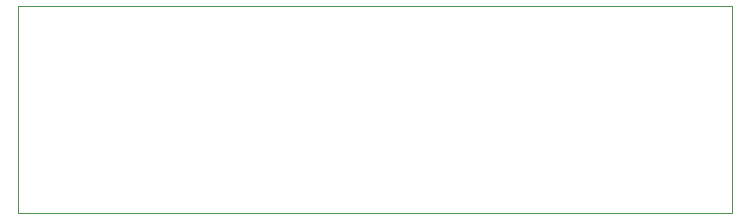
<source format=gbr>
G04 #@! TF.GenerationSoftware,KiCad,Pcbnew,(5.1.5-0-10_14)*
G04 #@! TF.CreationDate,2020-03-21T12:38:00+11:00*
G04 #@! TF.ProjectId,Internal FDD Adapter,496e7465-726e-4616-9c20-464444204164,rev?*
G04 #@! TF.SameCoordinates,Original*
G04 #@! TF.FileFunction,Profile,NP*
%FSLAX46Y46*%
G04 Gerber Fmt 4.6, Leading zero omitted, Abs format (unit mm)*
G04 Created by KiCad (PCBNEW (5.1.5-0-10_14)) date 2020-03-21 12:38:00*
%MOMM*%
%LPD*%
G04 APERTURE LIST*
%ADD10C,0.050000*%
G04 APERTURE END LIST*
D10*
X38100000Y-32258000D02*
X98552000Y-32258000D01*
X38100000Y-49784000D02*
X38100000Y-32258000D01*
X98552000Y-49784000D02*
X38100000Y-49784000D01*
X98552000Y-32258000D02*
X98552000Y-49784000D01*
M02*

</source>
